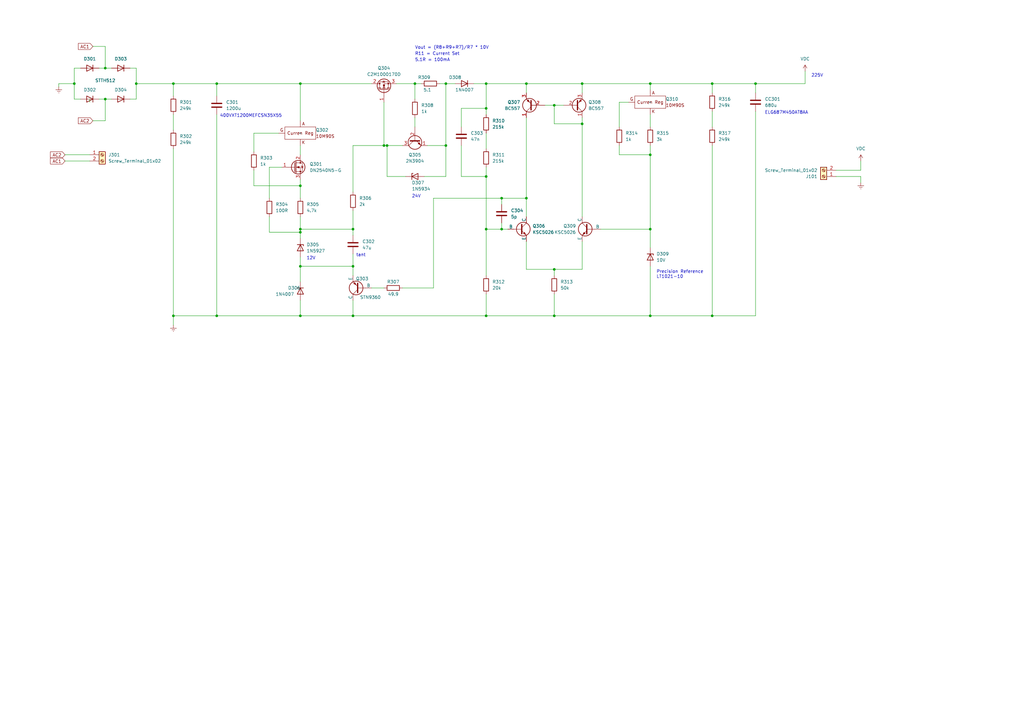
<source format=kicad_sch>
(kicad_sch (version 20230121) (generator eeschema)
  (paper "A3")
  (title_block (title "GRHV Regulated PS - Torpedo iii") (date "2023-11-22") (rev "1.0"))
  (lib_symbols
    (symbol "10M90S_1"
      (property "Reference" "Q1" (at 6.35 1.27 0))
      (property "Value" "~" (at 0 0 0))
      (symbol "10M90S_1_1_1"
        (polyline (pts (xy -8.89 0) (xy -6.35 0)))
        (polyline (pts (xy 0 -5.08) (xy 0 -2.54)))
        (polyline (pts (xy 0 5.08) (xy 0 2.54) (xy 0 3.81)))
        (polyline (pts (xy -6.35 2.54) (xy 6.35 2.54) (xy 6.35 -2.54) (xy -6.35 -2.54) (xy -6.35 2.54)))
        (text "10M90S\n" (at 6.35 -1.27 0) (effects (font (size 1.27 1.27)) (justify left)))
        (text "A" (at 1.27 3.81 0) (effects (font (size 1.27 1.27))))
        (text "Curren Reg" (at 0 0 0) (effects (font (size 1.27 1.27))))
        (text "G" (at -7.62 1.27 0) (effects (font (size 1.27 1.27))))
        (text "K\n" (at 1.27 -3.81 0) (effects (font (size 1.27 1.27))))
        (pin input line (at -8.89 0 0) (length 2.54) hide (name "1") (number "1"))
        (pin input line (at 0 5.08 270) (length 2.54) hide (name "2") (number "2"))
        (pin input line (at 0 -5.08 90) (length 2.54) hide (name "3") (number "3"))
      )
    )
    (symbol "Connector:Screw_Terminal_01x02" (pin_names (offset 1.016) hide)
      (property "Reference" "J" (at 0 2.54 0))
      (property "Value" "Screw_Terminal_01x02" (at 0 -5.08 0))
      (symbol "Screw_Terminal_01x02_1_1"
        (rectangle (start -1.27 1.27) (end 1.27 -3.81) (stroke (width 0.254)) (fill (type background)))
        (circle (center 0 -2.54) (radius 0.635) (stroke (width 0.1524)))
        (polyline (pts (xy -0.5334 -2.2098) (xy 0.3302 -3.048)) (stroke (width 0.1524)))
        (polyline (pts (xy -0.5334 0.3302) (xy 0.3302 -0.508)) (stroke (width 0.1524)))
        (polyline (pts (xy -0.3556 -2.032) (xy 0.508 -2.8702)) (stroke (width 0.1524)))
        (polyline (pts (xy -0.3556 0.508) (xy 0.508 -0.3302)) (stroke (width 0.1524)))
        (circle (center 0 0) (radius 0.635) (stroke (width 0.1524)))
        (pin passive line (at -5.08 0 0) (length 3.81) (name "Pin_1") (number "1"))
        (pin passive line (at -5.08 -2.54 0) (length 3.81) (name "Pin_2") (number "2"))
      )
    )
    (symbol "Device:C" (pin_numbers hide) (pin_names (offset 0.254))
      (property "Reference" "C" (at 0.635 2.54 0))
      (property "Value" "C" (at 0.635 -2.54 0))
      (symbol "C_0_1"
        (polyline (pts (xy -2.032 -0.762) (xy 2.032 -0.762)) (stroke (width 0.508)))
        (polyline (pts (xy -2.032 0.762) (xy 2.032 0.762)) (stroke (width 0.508)))
      )
      (symbol "C_1_1"
        (pin passive line (at 0 3.81 270) (length 2.794) (name "~") (number "1"))
        (pin passive line (at 0 -3.81 90) (length 2.794) (name "~") (number "2"))
      )
    )
    (symbol "Device:D_Zener" (pin_numbers hide) (pin_names (offset 1.016) hide)
      (property "Reference" "D" (at 0 2.54 0))
      (property "Value" "D_Zener" (at 0 -2.54 0))
      (symbol "D_Zener_0_1"
        (polyline (pts (xy 1.27 0) (xy -1.27 0)))
        (polyline (pts (xy -1.27 -1.27) (xy -1.27 1.27) (xy -0.762 1.27)) (stroke (width 0.254)))
        (polyline (pts (xy 1.27 -1.27) (xy 1.27 1.27) (xy -1.27 0) (xy 1.27 -1.27)) (stroke (width 0.254)))
      )
      (symbol "D_Zener_1_1"
        (pin passive line (at -3.81 0 0) (length 2.54) (name "K") (number "1"))
        (pin passive line (at 3.81 0 180) (length 2.54) (name "A") (number "2"))
      )
    )
    (symbol "Device:R" (pin_numbers hide) (pin_names (offset 0))
      (property "Reference" "R" (at 2.032 0 90))
      (property "Value" "R" (at 0 0 90))
      (symbol "R_0_1"
        (rectangle (start -1.016 -2.54) (end 1.016 2.54) (stroke (width 0.254)))
      )
      (symbol "R_1_1"
        (pin passive line (at 0 3.81 270) (length 1.27) (name "~") (number "1"))
        (pin passive line (at 0 -3.81 90) (length 1.27) (name "~") (number "2"))
      )
    )
    (symbol "Diode:1N4007" (pin_numbers hide) (pin_names hide)
      (property "Reference" "D" (at 0 2.54 0))
      (property "Value" "1N4007" (at 0 -2.54 0))
      (symbol "1N4007_0_1"
        (polyline (pts (xy -1.27 1.27) (xy -1.27 -1.27)) (stroke (width 0.254)))
        (polyline (pts (xy 1.27 0) (xy -1.27 0)))
        (polyline (pts (xy 1.27 1.27) (xy 1.27 -1.27) (xy -1.27 0) (xy 1.27 1.27)) (stroke (width 0.254)))
      )
      (symbol "1N4007_1_1"
        (pin passive line (at -3.81 0 0) (length 2.54) (name "K") (number "1"))
        (pin passive line (at 3.81 0 180) (length 2.54) (name "A") (number "2"))
      )
    )
    (symbol "Diode:STTH2002D" (pin_numbers hide) (pin_names hide)
      (property "Reference" "D" (at 0 2.54 0))
      (property "Value" "STTH2002D" (at 0 -2.54 0))
      (symbol "STTH2002D_0_0"
        (pin no_connect line (at 0 0 90) (length 2.54) hide (name "NC") (number "3"))
      )
      (symbol "STTH2002D_0_1"
        (polyline (pts (xy -1.27 1.27) (xy -1.27 -1.27)) (stroke (width 0.254)))
        (polyline (pts (xy 1.27 0) (xy -1.27 0)))
        (polyline (pts (xy 1.27 1.27) (xy 1.27 -1.27) (xy -1.27 0) (xy 1.27 1.27)) (stroke (width 0.254)))
      )
      (symbol "STTH2002D_1_1"
        (pin passive line (at -3.81 0 0) (length 2.54) (name "K") (number "1"))
        (pin passive line (at 3.81 0 180) (length 2.54) (name "A") (number "2"))
      )
    )
    (symbol "Simulation_SPICE:NPN" (pin_numbers hide) (pin_names (offset 0))
      (property "Reference" "Q" (at -2.54 7.62 0))
      (property "Value" "NPN" (at -2.54 5.08 0))
      (symbol "NPN_0_1"
        (polyline (pts (xy -2.54 0) (xy 0.635 0)) (stroke (width 0.1524)))
        (polyline (pts (xy 0.635 0.635) (xy 2.54 2.54)))
        (polyline (pts (xy 2.794 -1.27) (xy 2.794 -1.27)) (stroke (width 0.1524)))
        (polyline (pts (xy 2.794 -1.27) (xy 2.794 -1.27)) (stroke (width 0.1524)))
        (polyline (pts (xy 0.635 -0.635) (xy 2.54 -2.54) (xy 2.54 -2.54)))
        (polyline (pts (xy 0.635 1.905) (xy 0.635 -1.905) (xy 0.635 -1.905)) (stroke (width 0.508)))
        (polyline (pts (xy 1.27 -1.778) (xy 1.778 -1.27) (xy 2.286 -2.286) (xy 1.27 -1.778) (xy 1.27 -1.778)) (fill (type outline)))
        (circle (center 1.27 0) (radius 2.8194) (stroke (width 0.254)))
      )
      (symbol "NPN_1_1"
        (pin open_collector line (at 2.54 5.08 270) (length 2.54) (name "C") (number "1"))
        (pin input line (at -5.08 0 0) (length 2.54) (name "B") (number "2"))
        (pin open_emitter line (at 2.54 -5.08 90) (length 2.54) (name "E") (number "3"))
      )
    )
    (symbol "Simulation_SPICE:PNP" (pin_numbers hide) (pin_names (offset 0))
      (property "Reference" "Q" (at -2.54 7.62 0))
      (property "Value" "PNP" (at -2.54 5.08 0))
      (symbol "PNP_0_1"
        (polyline (pts (xy -2.54 0) (xy 0.635 0)) (stroke (width 0.1524)))
        (polyline (pts (xy 0.635 0.635) (xy 2.54 2.54)))
        (polyline (pts (xy 0.635 -0.635) (xy 2.54 -2.54) (xy 2.54 -2.54)))
        (polyline (pts (xy 0.635 1.905) (xy 0.635 -1.905) (xy 0.635 -1.905)) (stroke (width 0.508)))
        (polyline (pts (xy 2.286 -1.778) (xy 1.778 -2.286) (xy 1.27 -1.27) (xy 2.286 -1.778) (xy 2.286 -1.778)) (fill (type outline)))
        (circle (center 1.27 0) (radius 2.8194) (stroke (width 0.254)))
      )
      (symbol "PNP_1_1"
        (pin open_collector line (at 2.54 5.08 270) (length 2.54) (name "C") (number "1"))
        (pin input line (at -5.08 0 0) (length 2.54) (name "B") (number "2"))
        (pin open_emitter line (at 2.54 -5.08 90) (length 2.54) (name "E") (number "3"))
      )
    )
    (symbol "Transistor_BJT:2N3904" (pin_names (offset 0) hide)
      (property "Reference" "Q" (at 5.08 1.905 0))
      (property "Value" "2N3904" (at 5.08 0 0))
      (symbol "2N3904_0_1"
        (polyline (pts (xy 0.635 0.635) (xy 2.54 2.54)))
        (polyline (pts (xy 0.635 -0.635) (xy 2.54 -2.54) (xy 2.54 -2.54)))
        (polyline (pts (xy 0.635 1.905) (xy 0.635 -1.905) (xy 0.635 -1.905)) (stroke (width 0.508)))
        (polyline (pts (xy 1.27 -1.778) (xy 1.778 -1.27) (xy 2.286 -2.286) (xy 1.27 -1.778) (xy 1.27 -1.778)) (fill (type outline)))
        (circle (center 1.27 0) (radius 2.8194) (stroke (width 0.254)))
      )
      (symbol "2N3904_1_1"
        (pin passive line (at 2.54 -5.08 90) (length 2.54) (name "E") (number "1"))
        (pin passive line (at -5.08 0 0) (length 5.715) (name "B") (number "2"))
        (pin passive line (at 2.54 5.08 270) (length 2.54) (name "C") (number "3"))
      )
    )
    (symbol "Transistor_BJT:BC557" (pin_names (offset 0) hide)
      (property "Reference" "Q" (at 5.08 1.905 0))
      (property "Value" "BC557" (at 5.08 0 0))
      (symbol "BC557_0_1"
        (polyline (pts (xy 0.635 0.635) (xy 2.54 2.54)))
        (polyline (pts (xy 0.635 -0.635) (xy 2.54 -2.54) (xy 2.54 -2.54)))
        (polyline (pts (xy 0.635 1.905) (xy 0.635 -1.905) (xy 0.635 -1.905)) (stroke (width 0.508)))
        (polyline (pts (xy 2.286 -1.778) (xy 1.778 -2.286) (xy 1.27 -1.27) (xy 2.286 -1.778) (xy 2.286 -1.778)) (fill (type outline)))
        (circle (center 1.27 0) (radius 2.8194) (stroke (width 0.254)))
      )
      (symbol "BC557_1_1"
        (pin passive line (at 2.54 5.08 270) (length 2.54) (name "C") (number "1"))
        (pin input line (at -5.08 0 0) (length 5.715) (name "B") (number "2"))
        (pin passive line (at 2.54 -5.08 90) (length 2.54) (name "E") (number "3"))
      )
    )
    (symbol "Transistor_FET:C2M1000170D" (pin_names hide)
      (property "Reference" "Q" (at 5.08 1.905 0))
      (property "Value" "C2M1000170D" (at 5.08 0 0))
      (symbol "C2M1000170D_0_1"
        (polyline (pts (xy 0.254 0) (xy -2.54 0)))
        (polyline (pts (xy 0.254 1.905) (xy 0.254 -1.905)) (stroke (width 0.254)))
        (polyline (pts (xy 0.762 -1.27) (xy 0.762 -2.286)) (stroke (width 0.254)))
        (polyline (pts (xy 0.762 0.508) (xy 0.762 -0.508)) (stroke (width 0.254)))
        (polyline (pts (xy 0.762 2.286) (xy 0.762 1.27)) (stroke (width 0.254)))
        (polyline (pts (xy 2.54 2.54) (xy 2.54 1.778)))
        (polyline (pts (xy 2.54 -2.54) (xy 2.54 0) (xy 0.762 0)))
        (polyline (pts (xy 0.762 -1.778) (xy 3.302 -1.778) (xy 3.302 1.778) (xy 0.762 1.778)))
        (polyline (pts (xy 1.016 0) (xy 2.032 0.381) (xy 2.032 -0.381) (xy 1.016 0)) (fill (type outline)))
        (polyline (pts (xy 2.794 0.508) (xy 2.921 0.381) (xy 3.683 0.381) (xy 3.81 0.254)))
        (polyline (pts (xy 3.302 0.381) (xy 2.921 -0.254) (xy 3.683 -0.254) (xy 3.302 0.381)))
        (circle (center 1.651 0) (radius 2.794) (stroke (width 0.254)))
        (circle (center 2.54 -1.778) (radius 0.254) (fill (type outline)))
        (circle (center 2.54 1.778) (radius 0.254) (fill (type outline)))
      )
      (symbol "C2M1000170D_1_1"
        (pin input line (at -5.08 0 0) (length 2.54) (name "G") (number "1"))
        (pin passive line (at 2.54 5.08 270) (length 2.54) (name "D") (number "2"))
        (pin passive line (at 2.54 -5.08 90) (length 2.54) (name "S") (number "3"))
      )
    )
    (symbol "Transistor_FET_Other:DN2540N5-G" (pin_names (offset 0) hide)
      (property "Reference" "Q" (at 5.08 1.905 0))
      (property "Value" "DN2540N5-G" (at 5.08 0 0))
      (symbol "DN2540N5-G_0_1"
        (polyline (pts (xy 0.254 0) (xy -2.54 0)))
        (polyline (pts (xy 0.254 1.905) (xy 0.254 -1.905)) (stroke (width 0.254)))
        (polyline (pts (xy 0.762 2.286) (xy 0.762 -2.286)) (stroke (width 0.254)))
        (polyline (pts (xy 2.54 2.54) (xy 2.54 1.778)))
        (polyline (pts (xy 2.54 -2.54) (xy 2.54 0) (xy 0.762 0)))
        (polyline (pts (xy 0.762 -1.778) (xy 3.302 -1.778) (xy 3.302 1.778) (xy 0.762 1.778)))
        (polyline (pts (xy 1.016 0) (xy 2.032 0.381) (xy 2.032 -0.381) (xy 1.016 0)) (fill (type outline)))
        (polyline (pts (xy 2.794 0.508) (xy 2.921 0.381) (xy 3.683 0.381) (xy 3.81 0.254)))
        (polyline (pts (xy 3.302 0.381) (xy 2.921 -0.254) (xy 3.683 -0.254) (xy 3.302 0.381)))
        (circle (center 1.651 0) (radius 2.794) (stroke (width 0.254)))
        (circle (center 2.54 -1.778) (radius 0.254) (fill (type outline)))
        (circle (center 2.54 1.778) (radius 0.254) (fill (type outline)))
      )
      (symbol "DN2540N5-G_1_1"
        (pin input line (at -5.08 0 0) (length 2.54) (name "G") (number "1"))
        (pin passive line (at 2.54 5.08 270) (length 2.54) (name "D") (number "2"))
        (pin passive line (at 2.54 -5.08 90) (length 2.54) (name "S") (number "3"))
      )
    )
    (symbol "power:GNDREF" (power) (pin_names (offset 0))
      (property "Value" "GNDREF" (at 0 -3.81 0))
      (symbol "GNDREF_0_1"
        (polyline (pts (xy -0.635 -1.905) (xy 0.635 -1.905)))
        (polyline (pts (xy -0.127 -2.54) (xy 0.127 -2.54)))
        (polyline (pts (xy 0 -1.27) (xy 0 0)))
        (polyline (pts (xy 1.27 -1.27) (xy -1.27 -1.27)))
      )
      (symbol "GNDREF_1_1"
        (pin power_in line (at 0 0 270) (length 0) hide (name "GNDREF") (number "1"))
      )
    )
    (symbol "power:VDC" (power) (pin_names (offset 0))
      (property "Value" "VDC" (at 0 6.35 0))
      (symbol "VDC_0_1"
        (polyline (pts (xy -0.762 1.27) (xy 0 2.54)))
        (polyline (pts (xy 0 0) (xy 0 2.54)))
        (polyline (pts (xy 0 2.54) (xy 0.762 1.27)))
      )
      (symbol "VDC_1_1"
        (pin power_in line (at 0 0 90) (length 0) hide (name "VDC") (number "1"))
      )
    )
  )
  (junction (at 205.74 81.28))
  (junction (at 43.18 40.64))
  (junction (at 199.39 72.39))
  (junction (at 292.1 129.54))
  (junction (at 123.19 129.54))
  (junction (at 71.12 129.54))
  (junction (at 123.19 95.25))
  (junction (at 182.88 59.69))
  (junction (at 205.74 93.98))
  (junction (at 215.9 81.28))
  (junction (at 238.76 50.8))
  (junction (at 88.9 129.54))
  (junction (at 238.76 34.29))
  (junction (at 266.7 63.5))
  (junction (at 144.78 109.22))
  (junction (at 199.39 129.54))
  (junction (at 199.39 34.29))
  (junction (at 88.9 34.29))
  (junction (at 227.33 129.54))
  (junction (at 266.7 34.29))
  (junction (at 123.19 109.22))
  (junction (at 123.19 76.2))
  (junction (at 227.33 110.49))
  (junction (at 158.75 59.69))
  (junction (at 292.1 34.29))
  (junction (at 227.33 43.18))
  (junction (at 71.12 34.29))
  (junction (at 123.19 93.98))
  (junction (at 144.78 93.98))
  (junction (at 30.48 34.29))
  (junction (at 170.18 34.29))
  (junction (at 157.48 59.69))
  (junction (at 144.78 129.54))
  (junction (at 199.39 93.98))
  (junction (at 123.19 34.29))
  (junction (at 266.7 129.54))
  (junction (at 215.9 34.29))
  (junction (at 309.88 34.29))
  (junction (at 199.39 44.45))
  (junction (at 43.18 27.94))
  (junction (at 182.88 34.29))
  (junction (at 55.88 34.29))
  (junction (at 266.7 93.98))
  (wire (pts (xy 115.57 68.58) (xy 110.49 68.58)))
  (wire (pts (xy 123.19 59.69) (xy 123.19 63.5)))
  (wire (pts (xy 238.76 50.8) (xy 238.76 88.9)))
  (wire (pts (xy 254 63.5) (xy 266.7 63.5)))
  (wire (pts (xy 223.52 43.18) (xy 227.33 43.18)))
  (wire (pts (xy 266.7 129.54) (xy 227.33 129.54)))
  (wire (pts (xy 266.7 36.83) (xy 266.7 34.29)))
  (wire (pts (xy 266.7 93.98) (xy 266.7 101.6)))
  (wire (pts (xy 30.48 27.94) (xy 30.48 34.29)))
  (wire (pts (xy 254 59.69) (xy 254 63.5)))
  (wire (pts (xy 123.19 129.54) (xy 144.78 129.54)))
  (wire (pts (xy 110.49 68.58) (xy 110.49 81.28)))
  (wire (pts (xy 215.9 48.26) (xy 215.9 81.28)))
  (wire (pts (xy 123.19 93.98) (xy 144.78 93.98)))
  (wire (pts (xy 182.88 34.29) (xy 182.88 59.69)))
  (wire (pts (xy 144.78 59.69) (xy 157.48 59.69)))
  (wire (pts (xy 88.9 46.99) (xy 88.9 129.54)))
  (wire (pts (xy 123.19 88.9) (xy 123.19 93.98)))
  (wire (pts (xy 208.28 93.98) (xy 205.74 93.98)))
  (wire (pts (xy 152.4 118.11) (xy 157.48 118.11)))
  (wire (pts (xy 162.56 34.29) (xy 170.18 34.29)))
  (wire (pts (xy 199.39 129.54) (xy 144.78 129.54)))
  (wire (pts (xy 170.18 48.26) (xy 170.18 52.07)))
  (wire (pts (xy 24.13 34.29) (xy 30.48 34.29)))
  (wire (pts (xy 123.19 73.66) (xy 123.19 76.2)))
  (wire (pts (xy 165.1 118.11) (xy 177.8 118.11)))
  (wire (pts (xy 104.14 76.2) (xy 123.19 76.2)))
  (wire (pts (xy 40.64 27.94) (xy 43.18 27.94)))
  (wire (pts (xy 71.12 60.96) (xy 71.12 129.54)))
  (wire (pts (xy 309.88 38.1) (xy 309.88 34.29)))
  (wire (pts (xy 227.33 110.49) (xy 227.33 113.03)))
  (wire (pts (xy 158.75 59.69) (xy 165.1 59.69)))
  (wire (pts (xy 215.9 99.06) (xy 215.9 110.49)))
  (wire (pts (xy 175.26 59.69) (xy 182.88 59.69)))
  (wire (pts (xy 215.9 110.49) (xy 227.33 110.49)))
  (wire (pts (xy 330.2 34.29) (xy 309.88 34.29)))
  (wire (pts (xy 238.76 34.29) (xy 238.76 38.1)))
  (wire (pts (xy 71.12 129.54) (xy 71.12 133.35)))
  (wire (pts (xy 110.49 95.25) (xy 123.19 95.25)))
  (wire (pts (xy 238.76 110.49) (xy 227.33 110.49)))
  (wire (pts (xy 189.23 72.39) (xy 199.39 72.39)))
  (wire (pts (xy 123.19 76.2) (xy 123.19 81.28)))
  (wire (pts (xy 266.7 46.99) (xy 266.7 52.07)))
  (wire (pts (xy 215.9 34.29) (xy 215.9 38.1)))
  (wire (pts (xy 353.06 69.85) (xy 342.9 69.85)))
  (wire (pts (xy 257.81 41.91) (xy 254 41.91)))
  (wire (pts (xy 309.88 129.54) (xy 292.1 129.54)))
  (wire (pts (xy 309.88 34.29) (xy 292.1 34.29)))
  (wire (pts (xy 55.88 27.94) (xy 55.88 34.29)))
  (wire (pts (xy 40.64 40.64) (xy 43.18 40.64)))
  (wire (pts (xy 123.19 97.79) (xy 123.19 95.25)))
  (wire (pts (xy 53.34 27.94) (xy 55.88 27.94)))
  (wire (pts (xy 199.39 93.98) (xy 199.39 113.03)))
  (wire (pts (xy 199.39 34.29) (xy 199.39 44.45)))
  (wire (pts (xy 205.74 81.28) (xy 215.9 81.28)))
  (wire (pts (xy 266.7 34.29) (xy 292.1 34.29)))
  (wire (pts (xy 123.19 123.19) (xy 123.19 129.54)))
  (wire (pts (xy 26.67 63.5) (xy 36.83 63.5)))
  (wire (pts (xy 205.74 93.98) (xy 199.39 93.98)))
  (wire (pts (xy 71.12 46.99) (xy 71.12 53.34)))
  (wire (pts (xy 166.37 72.39) (xy 158.75 72.39)))
  (wire (pts (xy 123.19 109.22) (xy 123.19 115.57)))
  (wire (pts (xy 199.39 54.61) (xy 199.39 60.96)))
  (wire (pts (xy 177.8 118.11) (xy 177.8 81.28)))
  (wire (pts (xy 177.8 81.28) (xy 205.74 81.28)))
  (wire (pts (xy 215.9 34.29) (xy 238.76 34.29)))
  (wire (pts (xy 123.19 109.22) (xy 144.78 109.22)))
  (wire (pts (xy 170.18 34.29) (xy 170.18 40.64)))
  (wire (pts (xy 88.9 39.37) (xy 88.9 34.29)))
  (wire (pts (xy 227.33 120.65) (xy 227.33 129.54)))
  (wire (pts (xy 30.48 34.29) (xy 30.48 40.64)))
  (wire (pts (xy 170.18 34.29) (xy 172.72 34.29)))
  (wire (pts (xy 189.23 52.07) (xy 189.23 44.45)))
  (wire (pts (xy 199.39 72.39) (xy 199.39 93.98)))
  (wire (pts (xy 24.13 35.56) (xy 24.13 34.29)))
  (wire (pts (xy 55.88 34.29) (xy 71.12 34.29)))
  (wire (pts (xy 157.48 41.91) (xy 157.48 59.69)))
  (wire (pts (xy 43.18 40.64) (xy 45.72 40.64)))
  (wire (pts (xy 144.78 104.14) (xy 144.78 109.22)))
  (wire (pts (xy 189.23 44.45) (xy 199.39 44.45)))
  (wire (pts (xy 144.78 123.19) (xy 144.78 129.54)))
  (wire (pts (xy 189.23 59.69) (xy 189.23 72.39)))
  (wire (pts (xy 353.06 72.39) (xy 342.9 72.39)))
  (wire (pts (xy 194.31 34.29) (xy 199.39 34.29)))
  (wire (pts (xy 292.1 38.1) (xy 292.1 34.29)))
  (wire (pts (xy 71.12 39.37) (xy 71.12 34.29)))
  (wire (pts (xy 53.34 40.64) (xy 55.88 40.64)))
  (wire (pts (xy 292.1 59.69) (xy 292.1 129.54)))
  (wire (pts (xy 353.06 69.85) (xy 353.06 66.04)))
  (wire (pts (xy 238.76 99.06) (xy 238.76 110.49)))
  (wire (pts (xy 123.19 105.41) (xy 123.19 109.22)))
  (wire (pts (xy 199.39 120.65) (xy 199.39 129.54)))
  (wire (pts (xy 88.9 34.29) (xy 123.19 34.29)))
  (wire (pts (xy 199.39 34.29) (xy 215.9 34.29)))
  (wire (pts (xy 205.74 81.28) (xy 205.74 83.82)))
  (wire (pts (xy 88.9 129.54) (xy 123.19 129.54)))
  (wire (pts (xy 238.76 48.26) (xy 238.76 50.8)))
  (wire (pts (xy 266.7 109.22) (xy 266.7 129.54)))
  (wire (pts (xy 26.67 66.04) (xy 36.83 66.04)))
  (wire (pts (xy 353.06 72.39) (xy 353.06 74.93)))
  (wire (pts (xy 254 41.91) (xy 254 52.07)))
  (wire (pts (xy 182.88 59.69) (xy 182.88 72.39)))
  (wire (pts (xy 104.14 54.61) (xy 104.14 62.23)))
  (wire (pts (xy 71.12 34.29) (xy 88.9 34.29)))
  (wire (pts (xy 30.48 40.64) (xy 33.02 40.64)))
  (wire (pts (xy 330.2 29.21) (xy 330.2 34.29)))
  (wire (pts (xy 266.7 59.69) (xy 266.7 63.5)))
  (wire (pts (xy 266.7 63.5) (xy 266.7 93.98)))
  (wire (pts (xy 123.19 34.29) (xy 123.19 49.53)))
  (wire (pts (xy 43.18 49.53) (xy 43.18 40.64)))
  (wire (pts (xy 114.3 54.61) (xy 104.14 54.61)))
  (wire (pts (xy 238.76 34.29) (xy 266.7 34.29)))
  (wire (pts (xy 104.14 69.85) (xy 104.14 76.2)))
  (wire (pts (xy 144.78 109.22) (xy 144.78 113.03)))
  (wire (pts (xy 227.33 50.8) (xy 227.33 43.18)))
  (wire (pts (xy 182.88 34.29) (xy 186.69 34.29)))
  (wire (pts (xy 215.9 81.28) (xy 215.9 88.9)))
  (wire (pts (xy 199.39 72.39) (xy 199.39 68.58)))
  (wire (pts (xy 43.18 27.94) (xy 45.72 27.94)))
  (wire (pts (xy 152.4 34.29) (xy 123.19 34.29)))
  (wire (pts (xy 246.38 93.98) (xy 266.7 93.98)))
  (wire (pts (xy 33.02 27.94) (xy 30.48 27.94)))
  (wire (pts (xy 110.49 88.9) (xy 110.49 95.25)))
  (wire (pts (xy 36.83 40.64) (xy 36.83 41.91)))
  (wire (pts (xy 180.34 34.29) (xy 182.88 34.29)))
  (wire (pts (xy 144.78 86.36) (xy 144.78 93.98)))
  (wire (pts (xy 173.99 72.39) (xy 182.88 72.39)))
  (wire (pts (xy 123.19 93.98) (xy 123.19 95.25)))
  (wire (pts (xy 55.88 34.29) (xy 55.88 40.64)))
  (wire (pts (xy 144.78 78.74) (xy 144.78 59.69)))
  (wire (pts (xy 227.33 129.54) (xy 199.39 129.54)))
  (wire (pts (xy 292.1 129.54) (xy 266.7 129.54)))
  (wire (pts (xy 205.74 91.44) (xy 205.74 93.98)))
  (wire (pts (xy 38.1 19.05) (xy 43.18 19.05)))
  (wire (pts (xy 199.39 44.45) (xy 199.39 46.99)))
  (wire (pts (xy 158.75 72.39) (xy 158.75 59.69)))
  (wire (pts (xy 144.78 96.52) (xy 144.78 93.98)))
  (wire (pts (xy 43.18 19.05) (xy 43.18 27.94)))
  (wire (pts (xy 157.48 59.69) (xy 158.75 59.69)))
  (wire (pts (xy 238.76 50.8) (xy 227.33 50.8)))
  (wire (pts (xy 309.88 45.72) (xy 309.88 129.54)))
  (wire (pts (xy 292.1 45.72) (xy 292.1 52.07)))
  (wire (pts (xy 38.1 49.53) (xy 43.18 49.53)))
  (wire (pts (xy 71.12 129.54) (xy 88.9 129.54)))
  (wire (pts (xy 227.33 43.18) (xy 231.14 43.18)))
  (text "12V\n" (at 125.73 106.68 0) (effects (font (size 1.27 1.27)) (justify left bottom)))
  (text "5.1R = 100mA\n" (at 170.18 25.4 0) (effects (font (size 1.27 1.27)) (justify left bottom)))
  (text "24V" (at 168.91 81.28 0) (effects (font (size 1.27 1.27)) (justify left bottom)))
  (text "Precision Reference\nLT1021-10\n" (at 269.24 114.3 0) (effects (font (size 1.27 1.27)) (justify left bottom)))
  (text "tant\n" (at 146.05 105.41 0) (effects (font (size 1.27 1.27)) (justify left bottom)))
  (text "Vout = (R8+R9+R7)/R7 * 10V" (at 170.18 20.32 0) (effects (font (size 1.27 1.27)) (justify left bottom)))
  (text "400VXT1200MEFCSN35X55 " (at 90.17 48.26 0) (effects (font (size 1.27 1.27)) (justify left bottom)))
  (text "\nELG687M450AT8AA\n" (at 313.69 46.99 0) (effects (font (size 1.27 1.27)) (justify left bottom)))
  (text "R11 = Current Set\n" (at 170.18 22.86 0) (effects (font (size 1.27 1.27)) (justify left bottom)))
  (text "225V\n" (at 332.74 31.75 0) (effects (font (size 1.27 1.27)) (justify left bottom)))
  (global_label "AC1" (shape input) (at 26.67 66.04 180) (property "Intersheetrefs" "${INTERSHEET_REFS}" (effects hide)))
  (global_label "AC1" (shape input) (at 38.1 19.05 180) (property "Intersheetrefs" "${INTERSHEET_REFS}" (effects hide)))
  (global_label "AC2" (shape input) (at 38.1 49.53 180) (property "Intersheetrefs" "${INTERSHEET_REFS}" (effects hide)))
  (global_label "AC2" (shape input) (at 26.67 63.5 180) (property "Intersheetrefs" "${INTERSHEET_REFS}" (effects hide)))
  (symbol (lib_id "Device:R") (at 144.78 82.55 0) (unit 1)
    (property "Reference" "R306" (at 147.32 81.28 0) (effects (justify left)))
    (property "Value" "2k" (at 148.59 83.82 0))
    (property "Footprint" "Resistor_THT:R_Axial_DIN0309_L9.0mm_D3.2mm_P12.70mm_Horizontal" (effects hide))
  )
  (symbol (lib_id "Diode:STTH2002D") (at 49.53 40.64 180) (unit 1)
    (property "Reference" "D304" (at 49.53 36.83 0))
    (property "Value" "STTH512" (effects hide))
    (property "Footprint" "Package_TO_SOT_THT:TO-220-2_Vertical" (effects hide))
    (property "Datasheet" "https://www.st.com/resource/en/datasheet/stth2002.pdf" (effects hide))
  )
  (symbol (lib_id "Device:R") (at 254 55.88 0) (unit 1)
    (property "Reference" "R314" (at 256.54 54.61 0) (effects (justify left)))
    (property "Value" "1k" (at 256.54 57.15 0) (effects (justify left)))
    (property "Footprint" "Resistor_THT:R_Axial_DIN0309_L9.0mm_D3.2mm_P12.70mm_Horizontal" (effects hide))
  )
  (symbol (lib_id "Device:R") (at 104.14 66.04 0) (unit 1)
    (property "Reference" "R303" (at 106.68 64.77 0) (effects (justify left)))
    (property "Value" "1k" (at 106.68 67.31 0) (effects (justify left)))
    (property "Footprint" "Resistor_THT:R_Axial_DIN0309_L9.0mm_D3.2mm_P12.70mm_Horizontal" (effects hide))
  )
  (symbol (lib_id "Connector:Screw_Terminal_01x02") (at 41.91 63.5 0) (unit 1)
    (property "Reference" "J301" (at 44.45 63.5 0) (effects (justify left)))
    (property "Value" "Screw_Terminal_01x02" (at 44.45 66.04 0) (effects (justify left)))
    (property "Footprint" "TerminalBlock_Phoenix:TerminalBlock_Phoenix_MKDS-1,5-2-5.08_1x02_P5.08mm_Horizontal" (effects hide))
  )
  (symbol (lib_id "Device:R") (at 292.1 55.88 0) (unit 1)
    (property "Reference" "R317" (at 294.64 54.61 0) (effects (justify left)))
    (property "Value" "249k" (at 294.64 57.15 0) (effects (justify left)))
    (property "Footprint" "Resistor_THT:R_Axial_DIN0309_L9.0mm_D3.2mm_P12.70mm_Horizontal" (effects hide))
  )
  (symbol (lib_name "10M90S_1") (lib_id "CustomSymLib:10M90S") (at 266.7 41.91 0) (unit 1)
    (property "Reference" "Q310" (at 273.05 40.64 0) (effects (justify left)))
    (property "Value" "~" (at 266.7 41.91 0))
    (property "Footprint" "Package_TO_SOT_THT:TO-220-3_Vertical" (effects hide))
  )
  (symbol (lib_id "Device:R") (at 292.1 41.91 0) (unit 1)
    (property "Reference" "R316" (at 294.64 40.64 0) (effects (justify left)))
    (property "Value" "249k" (at 294.64 43.18 0) (effects (justify left)))
    (property "Footprint" "Resistor_THT:R_Axial_DIN0309_L9.0mm_D3.2mm_P12.70mm_Horizontal" (effects hide))
  )
  (symbol (lib_id "Device:C") (at 205.74 87.63 0) (unit 1)
    (property "Reference" "C304" (at 209.55 86.36 0) (effects (justify left)))
    (property "Value" "5p" (at 209.55 88.9 0) (effects (justify left)))
    (property "Footprint" "Capacitor_THT:C_Disc_D7.5mm_W2.5mm_P5.00mm" (effects hide))
  )
  (symbol (lib_id "Device:D_Zener") (at 123.19 101.6 270) (unit 1)
    (property "Reference" "D305" (at 125.73 100.33 90) (effects (justify left)))
    (property "Value" "1N5927" (at 125.73 102.87 90) (effects (justify left)))
    (property "Footprint" "Diode_THT:D_DO-41_SOD81_P10.16mm_Horizontal" (effects hide))
  )
  (symbol (lib_id "Device:C") (at 144.78 100.33 0) (unit 1)
    (property "Reference" "C302" (at 148.59 99.06 0) (effects (justify left)))
    (property "Value" "47u" (at 148.59 101.6 0) (effects (justify left)))
    (property "Footprint" "Capacitor_THT:CP_Radial_Tantal_D9.0mm_P5.00mm" (effects hide))
  )
  (symbol (lib_id "Device:R") (at 266.7 55.88 0) (unit 1)
    (property "Reference" "R315" (at 269.24 54.61 0) (effects (justify left)))
    (property "Value" "3k" (at 269.24 57.15 0) (effects (justify left)))
    (property "Footprint" "Resistor_THT:R_Axial_DIN0309_L9.0mm_D3.2mm_P12.70mm_Horizontal" (effects hide))
  )
  (symbol (lib_id "Device:R") (at 199.39 64.77 0) (unit 1)
    (property "Reference" "R311" (at 201.93 63.5 0) (effects (justify left)))
    (property "Value" "215k" (at 201.93 66.04 0) (effects (justify left)))
    (property "Footprint" "Resistor_THT:R_Axial_DIN0309_L9.0mm_D3.2mm_P12.70mm_Horizontal" (effects hide))
  )
  (symbol (lib_id "power:GNDREF") (at 353.06 74.93 0) (unit 1)
    (property "Reference" "#PWR0102" (effects hide))
    (property "Value" "GNDREF" (effects hide))
  )
  (symbol (lib_id "Device:R") (at 199.39 116.84 0) (unit 1)
    (property "Reference" "R312" (at 201.93 115.57 0) (effects (justify left)))
    (property "Value" "20k" (at 201.93 118.11 0) (effects (justify left)))
    (property "Footprint" "Resistor_THT:R_Axial_DIN0309_L9.0mm_D3.2mm_P12.70mm_Horizontal" (effects hide))
  )
  (symbol (lib_id "Transistor_FET:C2M1000170D") (at 157.48 36.83 90) (unit 1)
    (property "Reference" "Q304" (at 157.48 27.94 90))
    (property "Value" "C2M1000170D" (at 157.48 30.48 90))
    (property "Footprint" "Package_TO_SOT_THT:TO-247-3_Vertical" (effects hide))
    (property "Datasheet" "https://www.wolfspeed.com/media/downloads/173/C2M1000170D.pdf" (effects hide))
  )
  (symbol (lib_id "Device:R") (at 199.39 50.8 0) (unit 1)
    (property "Reference" "R310" (at 201.93 49.53 0) (effects (justify left)))
    (property "Value" "215k" (at 201.93 52.07 0) (effects (justify left)))
    (property "Footprint" "Resistor_THT:R_Axial_DIN0309_L9.0mm_D3.2mm_P12.70mm_Horizontal" (effects hide))
  )
  (symbol (lib_id "Transistor_BJT:BC557") (at 218.44 43.18 180) (unit 1)
    (property "Reference" "Q307" (at 213.36 41.91 0) (effects (justify left)))
    (property "Value" "BC557" (at 213.36 44.45 0) (effects (justify left)))
    (property "Footprint" "Package_TO_SOT_THT:TO-92_Inline_Wide" (effects hide))
    (property "Datasheet" "https://www.onsemi.com/pub/Collateral/BC556BTA-D.pdf" (effects hide))
  )
  (symbol (lib_name "10M90S_1") (lib_id "CustomSymLib:10M90S") (at 123.19 54.61 0) (unit 1)
    (property "Reference" "Q302" (at 129.54 53.34 0) (effects (justify left)))
    (property "Value" "~" (at 123.19 54.61 0))
    (property "Footprint" "Package_TO_SOT_THT:TO-220-3_Vertical" (effects hide))
  )
  (symbol (lib_id "Device:D_Zener") (at 170.18 72.39 0) (unit 1)
    (property "Reference" "D307" (at 168.91 74.93 0) (effects (justify left)))
    (property "Value" "1N5934" (at 168.91 77.47 0) (effects (justify left)))
    (property "Footprint" "Diode_THT:D_DO-41_SOD81_P10.16mm_Horizontal" (effects hide))
  )
  (symbol (lib_id "Connector:Screw_Terminal_01x02") (at 337.82 72.39 180) (unit 1)
    (property "Reference" "J101" (at 335.28 72.39 0) (effects (justify left)))
    (property "Value" "Screw_Terminal_01x02" (at 335.28 69.85 0) (effects (justify left)))
    (property "Footprint" "TerminalBlock_Phoenix:TerminalBlock_Phoenix_MKDS-1,5-2-5.08_1x02_P5.08mm_Horizontal" (effects hide))
  )
  (symbol (lib_id "Diode:1N4007") (at 123.19 119.38 270) (unit 1)
    (property "Reference" "D306" (at 118.11 118.11 90) (effects (justify left)))
    (property "Value" "1N4007" (at 113.03 120.65 90) (effects (justify left)))
    (property "Footprint" "Diode_THT:D_DO-41_SOD81_P10.16mm_Horizontal" (effects hide))
    (property "Datasheet" "http://www.vishay.com/docs/88503/1n4001.pdf" (effects hide))
    (property "Sim.Device" "D" (effects hide))
    (property "Sim.Pins" "1=K 2=A" (effects hide))
  )
  (symbol (lib_id "Device:R") (at 110.49 85.09 0) (unit 1)
    (property "Reference" "R304" (at 113.03 83.82 0) (effects (justify left)))
    (property "Value" "100R" (at 113.03 86.36 0) (effects (justify left)))
    (property "Footprint" "Resistor_THT:R_Axial_DIN0309_L9.0mm_D3.2mm_P12.70mm_Horizontal" (effects hide))
  )
  (symbol (lib_id "power:GNDREF") (at 71.12 133.35 0) (unit 1)
    (property "Reference" "#PWR0302" (effects hide))
    (property "Value" "GNDREF" (effects hide))
  )
  (symbol (lib_id "Diode:1N4007") (at 190.5 34.29 180) (unit 1)
    (property "Reference" "D308" (at 189.23 31.75 0) (effects (justify left)))
    (property "Value" "1N4007" (at 194.31 36.83 0) (effects (justify left)))
    (property "Footprint" "Diode_THT:D_DO-41_SOD81_P10.16mm_Horizontal" (effects hide))
    (property "Datasheet" "http://www.vishay.com/docs/88503/1n4001.pdf" (effects hide))
    (property "Sim.Device" "D" (effects hide))
    (property "Sim.Pins" "1=K 2=A" (effects hide))
  )
  (symbol (lib_id "Device:D_Zener") (at 266.7 105.41 270) (unit 1)
    (property "Reference" "D309" (at 269.24 104.14 90) (effects (justify left)))
    (property "Value" "10V" (at 269.24 106.68 90) (effects (justify left)))
    (property "Footprint" "CustomKicadFootprint:LT1021" (effects hide))
  )
  (symbol (lib_id "power:VDC") (at 353.06 66.04 0) (unit 1)
    (property "Reference" "#PWR0101" (effects hide))
    (property "Value" "VDC" (at 353.06 60.96 0))
  )
  (symbol (lib_id "Transistor_BJT:2N3904") (at 170.18 57.15 90) (mirror x) (unit 1)
    (property "Reference" "Q305" (at 170.18 63.5 90))
    (property "Value" "2N3904" (at 170.18 66.04 90))
    (property "Footprint" "Package_TO_SOT_THT:TO-92_Inline_Wide" (effects hide))
    (property "Datasheet" "https://www.onsemi.com/pub/Collateral/2N3903-D.PDF" (effects hide))
  )
  (symbol (lib_id "Device:R") (at 176.53 34.29 90) (unit 1)
    (property "Reference" "R309" (at 176.53 31.75 90) (effects (justify left)))
    (property "Value" "5.1" (at 175.26 36.83 90))
    (property "Footprint" "Resistor_THT:R_Axial_DIN0516_L15.5mm_D5.0mm_P25.40mm_Horizontal" (effects hide))
  )
  (symbol (lib_id "Device:R") (at 71.12 43.18 0) (unit 1)
    (property "Reference" "R301" (at 73.66 41.91 0) (effects (justify left)))
    (property "Value" "249k" (at 73.66 44.45 0) (effects (justify left)))
    (property "Footprint" "Resistor_THT:R_Axial_DIN0309_L9.0mm_D3.2mm_P12.70mm_Horizontal" (effects hide))
  )
  (symbol (lib_id "Device:R") (at 170.18 44.45 0) (unit 1)
    (property "Reference" "R308" (at 172.72 43.18 0) (effects (justify left)))
    (property "Value" "1k" (at 173.99 45.72 0))
    (property "Footprint" "Resistor_THT:R_Axial_DIN0309_L9.0mm_D3.2mm_P12.70mm_Horizontal" (effects hide))
  )
  (symbol (lib_id "Transistor_BJT:BC557") (at 236.22 43.18 0) (mirror x) (unit 1)
    (property "Reference" "Q308" (at 241.3 41.91 0) (effects (justify left)))
    (property "Value" "BC557" (at 241.3 44.45 0) (effects (justify left)))
    (property "Footprint" "Package_TO_SOT_THT:TO-92_Inline_Wide" (effects hide))
    (property "Datasheet" "https://www.onsemi.com/pub/Collateral/BC556BTA-D.pdf" (effects hide))
  )
  (symbol (lib_id "Diode:STTH2002D") (at 36.83 40.64 180) (unit 1)
    (property "Reference" "D302" (at 36.83 36.83 0))
    (property "Value" "STTH512" (effects hide))
    (property "Footprint" "Package_TO_SOT_THT:TO-220-2_Vertical" (effects hide))
    (property "Datasheet" "https://www.st.com/resource/en/datasheet/stth2002.pdf" (effects hide))
  )
  (symbol (lib_id "power:GNDREF") (at 24.13 35.56 0) (unit 1)
    (property "Reference" "#PWR0301" (effects hide))
    (property "Value" "GNDREF" (effects hide))
  )
  (symbol (lib_id "Diode:STTH2002D") (at 36.83 27.94 180) (unit 1)
    (property "Reference" "D301" (at 36.83 24.13 0))
    (property "Value" "STTH512" (at 43.18 33.02 0))
    (property "Footprint" "Package_TO_SOT_THT:TO-220-2_Vertical" (effects hide))
    (property "Datasheet" "https://www.st.com/resource/en/datasheet/stth2002.pdf" (effects hide))
  )
  (symbol (lib_id "Diode:STTH2002D") (at 49.53 27.94 180) (unit 1)
    (property "Reference" "D303" (at 49.53 24.13 0))
    (property "Value" "STTH512" (effects hide))
    (property "Footprint" "Package_TO_SOT_THT:TO-220-2_Vertical" (effects hide))
    (property "Datasheet" "https://www.st.com/resource/en/datasheet/stth2002.pdf" (effects hide))
  )
  (symbol (lib_id "power:VDC") (at 330.2 29.21 0) (unit 1)
    (property "Reference" "#PWR0303" (effects hide))
    (property "Value" "VDC" (at 330.2 24.13 0))
  )
  (symbol (lib_id "Device:C") (at 189.23 55.88 0) (unit 1)
    (property "Reference" "C303" (at 193.04 54.61 0) (effects (justify left)))
    (property "Value" "47n" (at 193.04 57.15 0) (effects (justify left)))
    (property "Footprint" "Capacitor_THT:C_Rect_L18.0mm_W8.0mm_P15.00mm_FKS3_FKP3" (effects hide))
  )
  (symbol (lib_id "Device:R") (at 227.33 116.84 0) (unit 1)
    (property "Reference" "R313" (at 229.87 115.57 0) (effects (justify left)))
    (property "Value" "50k" (at 229.87 118.11 0) (effects (justify left)))
    (property "Footprint" "Resistor_THT:R_Axial_DIN0309_L9.0mm_D3.2mm_P12.70mm_Horizontal" (effects hide))
  )
  (symbol (lib_id "Device:R") (at 161.29 118.11 90) (unit 1)
    (property "Reference" "R307" (at 161.29 115.57 90))
    (property "Value" "49.9" (at 161.29 120.65 90))
    (property "Footprint" "Resistor_THT:R_Axial_DIN0309_L9.0mm_D3.2mm_P12.70mm_Horizontal" (effects hide))
  )
  (symbol (lib_id "Simulation_SPICE:NPN") (at 213.36 93.98 0) (unit 1)
    (property "Reference" "Q306" (at 218.44 92.71 0) (effects (justify left)))
    (property "Value" "KSC5026" (at 218.44 95.25 0) (effects (justify left)))
    (property "Footprint" "CustomKicadFootprint:KSC5026" (effects hide))
    (property "Sim.Device" "NPN" (effects hide))
    (property "Sim.Type" "GUMMELPOON" (effects hide))
    (property "Sim.Pins" "1=C 2=B 3=E" (effects hide))
  )
  (symbol (lib_id "Device:R") (at 123.19 85.09 0) (unit 1)
    (property "Reference" "R305" (at 125.73 83.82 0) (effects (justify left)))
    (property "Value" "4.7k" (at 125.73 86.36 0) (effects (justify left)))
    (property "Footprint" "Resistor_THT:R_Axial_DIN0309_L9.0mm_D3.2mm_P12.70mm_Horizontal" (effects hide))
  )
  (symbol (lib_id "Simulation_SPICE:NPN") (at 241.3 93.98 0) (mirror y) (unit 1)
    (property "Reference" "Q309" (at 236.22 92.71 0) (effects (justify left)))
    (property "Value" "KSC5026" (at 236.22 95.25 0) (effects (justify left)))
    (property "Footprint" "CustomKicadFootprint:KSC5026" (effects hide))
    (property "Sim.Device" "NPN" (effects hide))
    (property "Sim.Type" "GUMMELPOON" (effects hide))
    (property "Sim.Pins" "1=C 2=B 3=E" (effects hide))
  )
  (symbol (lib_id "Device:C") (at 88.9 43.18 0) (unit 1)
    (property "Reference" "C301" (at 92.71 41.91 0) (effects (justify left)))
    (property "Value" "1200u" (at 92.71 44.45 0) (effects (justify left)))
    (property "Footprint" "Capacitor_THT:CP_Radial_D35.0mm_P10.00mm_SnapIn" (effects hide))
  )
  (symbol (lib_id "Device:R") (at 71.12 57.15 0) (unit 1)
    (property "Reference" "R302" (at 73.66 55.88 0) (effects (justify left)))
    (property "Value" "249k" (at 73.66 58.42 0) (effects (justify left)))
    (property "Footprint" "Resistor_THT:R_Axial_DIN0309_L9.0mm_D3.2mm_P12.70mm_Horizontal" (effects hide))
  )
  (symbol (lib_id "Transistor_FET_Other:DN2540N5-G") (at 120.65 68.58 0) (unit 1)
    (property "Reference" "Q301" (at 127 67.31 0) (effects (justify left)))
    (property "Value" "DN2540N5-G" (at 127 69.85 0) (effects (justify left)))
    (property "Footprint" "Package_TO_SOT_THT:TO-220-3_Vertical" (effects hide))
    (property "Datasheet" "https://ww1.microchip.com/downloads/en/DeviceDoc/DN2540%20B060313.pdf" (effects hide))
  )
  (symbol (lib_id "Simulation_SPICE:PNP") (at 147.32 118.11 180) (unit 1)
    (property "Reference" "Q303" (at 151.13 114.3 0) (effects (justify left)))
    (property "Value" "STN9360" (at 156.21 121.92 0) (effects (justify left)))
    (property "Footprint" "CustomKicadFootprint:STN9360" (effects hide))
    (property "Sim.Device" "PNP" (effects hide))
    (property "Sim.Type" "GUMMELPOON" (effects hide))
    (property "Sim.Pins" "2=C 4=C 1=B 3=E" (effects hide))
  )
  (symbol (lib_id "Device:C") (at 309.88 41.91 0) (unit 1)
    (property "Reference" "CC301" (at 313.69 40.64 0) (effects (justify left)))
    (property "Value" "680u" (at 313.69 43.18 0) (effects (justify left)))
    (property "Footprint" "Capacitor_THT:CP_Radial_D35.0mm_P10.00mm_SnapIn" (effects hide))
  )
)
</source>
